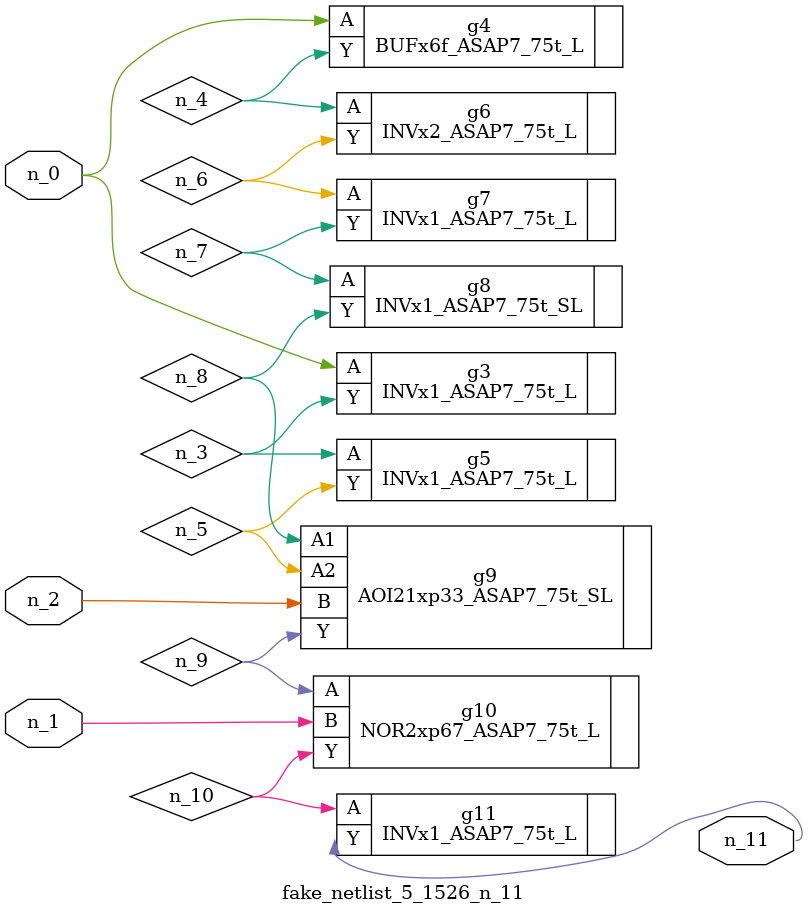
<source format=v>
module fake_netlist_5_1526_n_11 (n_1, n_2, n_0, n_11);

input n_1;
input n_2;
input n_0;

output n_11;

wire n_8;
wire n_10;
wire n_4;
wire n_5;
wire n_7;
wire n_9;
wire n_3;
wire n_6;

INVx1_ASAP7_75t_L g3 ( 
.A(n_0),
.Y(n_3)
);

BUFx6f_ASAP7_75t_L g4 ( 
.A(n_0),
.Y(n_4)
);

INVx1_ASAP7_75t_L g5 ( 
.A(n_3),
.Y(n_5)
);

INVx2_ASAP7_75t_L g6 ( 
.A(n_4),
.Y(n_6)
);

INVx1_ASAP7_75t_L g7 ( 
.A(n_6),
.Y(n_7)
);

INVx1_ASAP7_75t_SL g8 ( 
.A(n_7),
.Y(n_8)
);

AOI21xp33_ASAP7_75t_SL g9 ( 
.A1(n_8),
.A2(n_5),
.B(n_2),
.Y(n_9)
);

NOR2xp67_ASAP7_75t_L g10 ( 
.A(n_9),
.B(n_1),
.Y(n_10)
);

INVx1_ASAP7_75t_L g11 ( 
.A(n_10),
.Y(n_11)
);


endmodule
</source>
